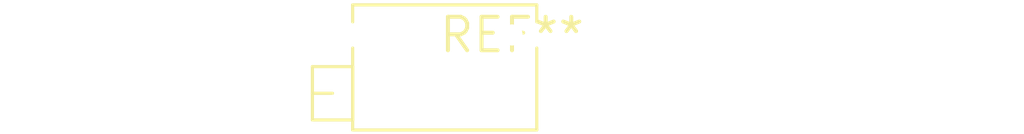
<source format=kicad_pcb>
(kicad_pcb (version 20240108) (generator pcbnew)
  (layers (0 "F.Cu" signal) (31 "B.Cu" signal) (34 "B.Paste" user) (35 "F.Paste" user) (36 "B.SilkS" user "B.Silkscreen") (37 "F.SilkS" user "F.Silkscreen") (38 "B.Mask" user) (39 "F.Mask" user) (44 "Edge.Cuts" user))
  (net 0 "")
  (footprint "Potentiometer_Bourns_3266X_Horizontal" (layer "F.Cu") (at 0 0)
    (property "Reference" "REF**")
    (property "Value" "Potentiometer_Bourns_3266X_Horizontal")
    (fp_line (start -7.535 1.2) (end -7.535 3.22) (layer "F.SilkS") (stroke (width 0.12)))
    (fp_line (start -7.535 1.2) (end -6.016 1.2) (layer "F.SilkS") (stroke (width 0.12)))
    (fp_line (start -7.535 2.21) (end -6.776 2.21) (layer "F.SilkS") (stroke (width 0.12)))
    (fp_line (start -7.535 3.22) (end -6.016 3.22) (layer "F.SilkS") (stroke (width 0.12)))
    (fp_line (start -6.016 1.2) (end -6.016 3.22) (layer "F.SilkS") (stroke (width 0.12)))
    (fp_line (start -6.015 -1.14) (end -6.015 -0.495) (layer "F.SilkS") (stroke (width 0.12)))
    (fp_line (start -6.015 -1.14) (end 0.935 -1.14) (layer "F.SilkS") (stroke (width 0.12)))
    (fp_line (start -6.015 0.495) (end -6.015 3.6) (layer "F.SilkS") (stroke (width 0.12)))
    (fp_line (start -6.015 3.6) (end 0.935 3.6) (layer "F.SilkS") (stroke (width 0.12)))
    (fp_line (start 0.935 -1.14) (end 0.935 -0.495) (layer "F.SilkS") (stroke (width 0.12)))
    (fp_line (start 0.935 0.495) (end 0.935 3.6) (layer "F.SilkS") (stroke (width 0.12)))
    (pad "1" thru_hole circle (at 0 0) (size 1.44 1.44) (drill 0.8) (layers *.Cu *.Mask) (remove_unused_layers))
    (pad "2" thru_hole circle (at -2.54 2.54) (size 1.44 1.44) (drill 0.8) (layers *.Cu *.Mask) (remove_unused_layers))
    (pad "3" thru_hole circle (at -5.08 0) (size 1.44 1.44) (drill 0.8) (layers *.Cu *.Mask) (remove_unused_layers))
  )
)
</source>
